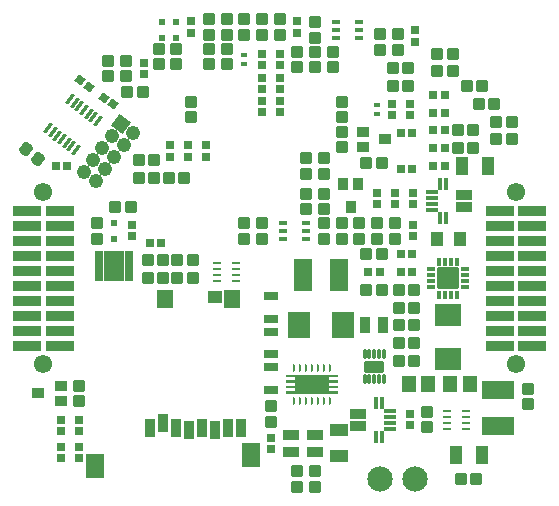
<source format=gbs>
G04*
G04 #@! TF.GenerationSoftware,Altium Limited,Altium Designer,24.4.1 (13)*
G04*
G04 Layer_Color=16711935*
%FSLAX44Y44*%
%MOMM*%
G71*
G04*
G04 #@! TF.SameCoordinates,80C5A69E-986F-416B-A988-7B454DC68AB1*
G04*
G04*
G04 #@! TF.FilePolarity,Negative*
G04*
G01*
G75*
%ADD29R,0.6725X0.7154*%
%ADD32R,0.7154X0.6725*%
G04:AMPARAMS|DCode=39|XSize=1.1mm|YSize=0.95mm|CornerRadius=0.175mm|HoleSize=0mm|Usage=FLASHONLY|Rotation=180.000|XOffset=0mm|YOffset=0mm|HoleType=Round|Shape=RoundedRectangle|*
%AMROUNDEDRECTD39*
21,1,1.1000,0.6000,0,0,180.0*
21,1,0.7500,0.9500,0,0,180.0*
1,1,0.3500,-0.3750,0.3000*
1,1,0.3500,0.3750,0.3000*
1,1,0.3500,0.3750,-0.3000*
1,1,0.3500,-0.3750,-0.3000*
%
%ADD39ROUNDEDRECTD39*%
G04:AMPARAMS|DCode=40|XSize=1.1mm|YSize=0.95mm|CornerRadius=0.175mm|HoleSize=0mm|Usage=FLASHONLY|Rotation=90.000|XOffset=0mm|YOffset=0mm|HoleType=Round|Shape=RoundedRectangle|*
%AMROUNDEDRECTD40*
21,1,1.1000,0.6000,0,0,90.0*
21,1,0.7500,0.9500,0,0,90.0*
1,1,0.3500,0.3000,0.3750*
1,1,0.3500,0.3000,-0.3750*
1,1,0.3500,-0.3000,-0.3750*
1,1,0.3500,-0.3000,0.3750*
%
%ADD40ROUNDEDRECTD40*%
%ADD49C,2.1500*%
%ADD50C,1.5500*%
%ADD51P,1.7112X4X98.0*%
%ADD52C,1.2100*%
%ADD53C,0.6500*%
%ADD69R,1.5000X1.0000*%
%ADD70R,1.0000X1.5000*%
%ADD73C,1.4220*%
G04:AMPARAMS|DCode=74|XSize=0.24mm|YSize=0.6mm|CornerRadius=0.12mm|HoleSize=0mm|Usage=FLASHONLY|Rotation=0.000|XOffset=0mm|YOffset=0mm|HoleType=Round|Shape=RoundedRectangle|*
%AMROUNDEDRECTD74*
21,1,0.2400,0.3600,0,0,0.0*
21,1,0.0000,0.6000,0,0,0.0*
1,1,0.2400,0.0000,-0.1800*
1,1,0.2400,0.0000,-0.1800*
1,1,0.2400,0.0000,0.1800*
1,1,0.2400,0.0000,0.1800*
%
%ADD74ROUNDEDRECTD74*%
%ADD75R,0.8000X0.4000*%
G04:AMPARAMS|DCode=80|XSize=0.7154mm|YSize=0.6725mm|CornerRadius=0mm|HoleSize=0mm|Usage=FLASHONLY|Rotation=143.000|XOffset=0mm|YOffset=0mm|HoleType=Round|Shape=Rectangle|*
%AMROTATEDRECTD80*
4,1,4,0.4880,0.0533,0.0833,-0.4838,-0.4880,-0.0533,-0.0833,0.4838,0.4880,0.0533,0.0*
%
%ADD80ROTATEDRECTD80*%

G04:AMPARAMS|DCode=82|XSize=0.9779mm|YSize=0.3048mm|CornerRadius=0mm|HoleSize=0mm|Usage=FLASHONLY|Rotation=233.000|XOffset=0mm|YOffset=0mm|HoleType=Round|Shape=Rectangle|*
%AMROTATEDRECTD82*
4,1,4,0.1725,0.4822,0.4160,0.2988,-0.1725,-0.4822,-0.4160,-0.2988,0.1725,0.4822,0.0*
%
%ADD82ROTATEDRECTD82*%

%ADD83R,0.7112X0.2286*%
%ADD84R,1.6000X2.7000*%
%ADD88R,2.2860X1.8545*%
%ADD89R,1.2546X1.4562*%
%ADD90R,1.0000X1.2500*%
%ADD94R,2.7000X1.6000*%
%ADD95R,1.3500X0.9500*%
%ADD98R,0.9500X1.3500*%
%ADD99R,1.3000X0.7000*%
%ADD100R,1.8545X2.2860*%
%ADD101R,0.5000X0.4000*%
%ADD104R,0.5500X0.6300*%
%ADD105R,1.0500X0.8500*%
%ADD106R,0.8500X1.0500*%
%ADD107R,0.7000X0.5000*%
%ADD108R,1.7700X2.5500*%
%ADD109R,0.9500X1.6500*%
%ADD110R,1.4500X1.5500*%
%ADD111R,1.1500X1.1000*%
%ADD112R,1.5500X2.0500*%
G04:AMPARAMS|DCode=113|XSize=1.1mm|YSize=0.95mm|CornerRadius=0.175mm|HoleSize=0mm|Usage=FLASHONLY|Rotation=53.000|XOffset=0mm|YOffset=0mm|HoleType=Round|Shape=RoundedRectangle|*
%AMROUNDEDRECTD113*
21,1,1.1000,0.6000,0,0,53.0*
21,1,0.7500,0.9500,0,0,53.0*
1,1,0.3500,0.4653,0.1189*
1,1,0.3500,0.0139,-0.4800*
1,1,0.3500,-0.4653,-0.1189*
1,1,0.3500,-0.0139,0.4800*
%
%ADD113ROUNDEDRECTD113*%
%ADD114R,1.0000X0.4500*%
%ADD115R,0.4500X1.0000*%
G04:AMPARAMS|DCode=116|XSize=0.4mm|YSize=0.75mm|CornerRadius=0.125mm|HoleSize=0mm|Usage=FLASHONLY|Rotation=0.000|XOffset=0mm|YOffset=0mm|HoleType=Round|Shape=RoundedRectangle|*
%AMROUNDEDRECTD116*
21,1,0.4000,0.5000,0,0,0.0*
21,1,0.1500,0.7500,0,0,0.0*
1,1,0.2500,0.0750,-0.2500*
1,1,0.2500,-0.0750,-0.2500*
1,1,0.2500,-0.0750,0.2500*
1,1,0.2500,0.0750,0.2500*
%
%ADD116ROUNDEDRECTD116*%
G04:AMPARAMS|DCode=117|XSize=0.4mm|YSize=0.75mm|CornerRadius=0.125mm|HoleSize=0mm|Usage=FLASHONLY|Rotation=90.000|XOffset=0mm|YOffset=0mm|HoleType=Round|Shape=RoundedRectangle|*
%AMROUNDEDRECTD117*
21,1,0.4000,0.5000,0,0,90.0*
21,1,0.1500,0.7500,0,0,90.0*
1,1,0.2500,0.2500,0.0750*
1,1,0.2500,0.2500,-0.0750*
1,1,0.2500,-0.2500,-0.0750*
1,1,0.2500,-0.2500,0.0750*
%
%ADD117ROUNDEDRECTD117*%
G04:AMPARAMS|DCode=118|XSize=1.85mm|YSize=1.85mm|CornerRadius=0.126mm|HoleSize=0mm|Usage=FLASHONLY|Rotation=90.000|XOffset=0mm|YOffset=0mm|HoleType=Round|Shape=RoundedRectangle|*
%AMROUNDEDRECTD118*
21,1,1.8500,1.5980,0,0,90.0*
21,1,1.5980,1.8500,0,0,90.0*
1,1,0.2520,0.7990,0.7990*
1,1,0.2520,0.7990,-0.7990*
1,1,0.2520,-0.7990,-0.7990*
1,1,0.2520,-0.7990,0.7990*
%
%ADD118ROUNDEDRECTD118*%
G04:AMPARAMS|DCode=119|XSize=1.65mm|YSize=1.05mm|CornerRadius=0.1245mm|HoleSize=0mm|Usage=FLASHONLY|Rotation=180.000|XOffset=0mm|YOffset=0mm|HoleType=Round|Shape=RoundedRectangle|*
%AMROUNDEDRECTD119*
21,1,1.6500,0.8010,0,0,180.0*
21,1,1.4010,1.0500,0,0,180.0*
1,1,0.2490,-0.7005,0.4005*
1,1,0.2490,0.7005,0.4005*
1,1,0.2490,0.7005,-0.4005*
1,1,0.2490,-0.7005,-0.4005*
%
%ADD119ROUNDEDRECTD119*%
G04:AMPARAMS|DCode=120|XSize=0.38mm|YSize=0.85mm|CornerRadius=0.1245mm|HoleSize=0mm|Usage=FLASHONLY|Rotation=180.000|XOffset=0mm|YOffset=0mm|HoleType=Round|Shape=RoundedRectangle|*
%AMROUNDEDRECTD120*
21,1,0.3800,0.6011,0,0,180.0*
21,1,0.1311,0.8500,0,0,180.0*
1,1,0.2489,-0.0656,0.3005*
1,1,0.2489,0.0656,0.3005*
1,1,0.2489,0.0656,-0.3005*
1,1,0.2489,-0.0656,-0.3005*
%
%ADD120ROUNDEDRECTD120*%
%ADD121R,2.3700X0.8900*%
%ADD122R,1.4500X0.9500*%
G36*
X49500Y-84100D02*
X41750D01*
Y-86700D01*
X49500D01*
Y-88700D01*
X41750D01*
Y-91300D01*
X49500D01*
Y-93300D01*
X41750D01*
Y-95900D01*
X49500D01*
Y-97900D01*
X5500D01*
Y-95900D01*
X13250D01*
Y-93300D01*
X5500D01*
Y-91300D01*
X13250D01*
Y-88700D01*
X5500D01*
Y-86700D01*
X13250D01*
Y-84100D01*
X5500D01*
Y-82100D01*
X49500D01*
Y-84100D01*
D02*
G37*
D29*
X97500Y62714D02*
D03*
Y72286D02*
D03*
X-92500Y102714D02*
D03*
Y112286D02*
D03*
X-185000Y-142714D02*
D03*
Y-152286D02*
D03*
X-170000Y-142714D02*
D03*
Y-152286D02*
D03*
X-185000Y-129786D02*
D03*
Y-120214D02*
D03*
X-170000Y-129786D02*
D03*
Y-120214D02*
D03*
X112500Y62714D02*
D03*
Y72286D02*
D03*
X-7500Y-135214D02*
D03*
Y-144786D02*
D03*
X110000Y-124786D02*
D03*
Y-115214D02*
D03*
X15000Y207714D02*
D03*
Y217286D02*
D03*
X-15000Y140214D02*
D03*
Y149786D02*
D03*
X0Y140214D02*
D03*
Y149786D02*
D03*
X-62500Y112286D02*
D03*
Y102714D02*
D03*
X-77500Y112286D02*
D03*
Y102714D02*
D03*
X-75000Y207714D02*
D03*
Y217286D02*
D03*
X0Y180214D02*
D03*
Y189786D02*
D03*
Y169786D02*
D03*
Y160214D02*
D03*
X-15000Y169786D02*
D03*
Y160214D02*
D03*
Y180214D02*
D03*
Y189786D02*
D03*
X-115000Y172714D02*
D03*
Y182286D02*
D03*
X110000Y147286D02*
D03*
Y137714D02*
D03*
X95000Y147286D02*
D03*
Y137714D02*
D03*
X82500Y72286D02*
D03*
Y62714D02*
D03*
X112500Y35214D02*
D03*
Y44786D02*
D03*
X115000Y209786D02*
D03*
Y200214D02*
D03*
X-125000Y35214D02*
D03*
Y44786D02*
D03*
D32*
X139786Y95000D02*
D03*
X130214D02*
D03*
X102714Y5000D02*
D03*
X112286D02*
D03*
X112286Y20000D02*
D03*
X102714D02*
D03*
X75214Y5000D02*
D03*
X84786D02*
D03*
X130214Y110000D02*
D03*
X139786D02*
D03*
X102714Y92500D02*
D03*
X112286D02*
D03*
X130214Y125000D02*
D03*
X139786D02*
D03*
X130214Y140000D02*
D03*
X139786D02*
D03*
X112286Y122500D02*
D03*
X102714D02*
D03*
X130214Y155000D02*
D03*
X139786D02*
D03*
X-189786Y95000D02*
D03*
X-180214D02*
D03*
X-109786Y30000D02*
D03*
X-100214D02*
D03*
D39*
X-102500Y181000D02*
D03*
Y194000D02*
D03*
X-87500Y181000D02*
D03*
Y194000D02*
D03*
X-45000D02*
D03*
Y181000D02*
D03*
X-145000Y171000D02*
D03*
Y184000D02*
D03*
X52500Y136000D02*
D03*
Y149000D02*
D03*
X15000Y-163500D02*
D03*
Y-176500D02*
D03*
X30000Y-176500D02*
D03*
Y-163500D02*
D03*
X-60000Y181000D02*
D03*
Y194000D02*
D03*
X15000Y178500D02*
D03*
Y191500D02*
D03*
X30000Y191500D02*
D03*
Y178500D02*
D03*
X30000Y216500D02*
D03*
Y203500D02*
D03*
X-155000Y33500D02*
D03*
Y46500D02*
D03*
X37500Y88500D02*
D03*
Y101500D02*
D03*
X22500Y101500D02*
D03*
Y88500D02*
D03*
X-75000Y149000D02*
D03*
Y136000D02*
D03*
X-170000Y-91000D02*
D03*
Y-104000D02*
D03*
X-45000Y206000D02*
D03*
Y219000D02*
D03*
X-30000Y206000D02*
D03*
Y219000D02*
D03*
X-60000Y206000D02*
D03*
Y219000D02*
D03*
X-15000Y206000D02*
D03*
Y219000D02*
D03*
X0Y206000D02*
D03*
Y219000D02*
D03*
X210000Y-106500D02*
D03*
Y-93500D02*
D03*
X22500Y58500D02*
D03*
Y71500D02*
D03*
X-30000Y46500D02*
D03*
Y33500D02*
D03*
X37500Y58500D02*
D03*
Y71500D02*
D03*
X-15000Y46500D02*
D03*
Y33500D02*
D03*
X37500Y46500D02*
D03*
Y33500D02*
D03*
X45000Y191500D02*
D03*
Y178500D02*
D03*
X125000Y-113500D02*
D03*
Y-126500D02*
D03*
X-7500Y-108500D02*
D03*
Y-121500D02*
D03*
X-130000Y171000D02*
D03*
Y184000D02*
D03*
X52500Y111000D02*
D03*
Y124000D02*
D03*
Y46500D02*
D03*
Y33500D02*
D03*
X67500Y33500D02*
D03*
Y46500D02*
D03*
X85000Y206500D02*
D03*
Y193500D02*
D03*
X100000Y206500D02*
D03*
Y193500D02*
D03*
X82500Y33500D02*
D03*
Y46500D02*
D03*
X97500Y46500D02*
D03*
Y33500D02*
D03*
D40*
X-119000Y100000D02*
D03*
X-106000D02*
D03*
X-81000Y85000D02*
D03*
X-94000D02*
D03*
X-106000D02*
D03*
X-119000D02*
D03*
X168500Y147500D02*
D03*
X181500D02*
D03*
X-73500Y0D02*
D03*
X-86500D02*
D03*
X-73500Y15000D02*
D03*
X-86500D02*
D03*
X164000Y125000D02*
D03*
X151000D02*
D03*
X151000Y110000D02*
D03*
X164000D02*
D03*
X96000Y162500D02*
D03*
X109000D02*
D03*
X96000Y177500D02*
D03*
X109000D02*
D03*
X-126000Y60000D02*
D03*
X-139000D02*
D03*
X86500Y-10000D02*
D03*
X73500D02*
D03*
X153500Y-170000D02*
D03*
X166500D02*
D03*
X114000Y-70000D02*
D03*
X101000D02*
D03*
X101000Y-25000D02*
D03*
X114000D02*
D03*
X101000Y-10000D02*
D03*
X114000D02*
D03*
X114000Y-40000D02*
D03*
X101000D02*
D03*
X114000Y-55000D02*
D03*
X101000D02*
D03*
X86500Y20000D02*
D03*
X73500D02*
D03*
X73500Y97500D02*
D03*
X86500D02*
D03*
X-116000Y157500D02*
D03*
X-129000D02*
D03*
X133500Y175000D02*
D03*
X146500D02*
D03*
X133500Y190000D02*
D03*
X146500D02*
D03*
X196500Y132500D02*
D03*
X183500D02*
D03*
X196500Y117500D02*
D03*
X183500D02*
D03*
X171500Y162500D02*
D03*
X158500D02*
D03*
X-111500Y0D02*
D03*
X-98500D02*
D03*
X-111500Y15000D02*
D03*
X-98500D02*
D03*
D49*
X85000Y-170000D02*
D03*
X115000D02*
D03*
D50*
X200000Y-73050D02*
D03*
Y73050D02*
D03*
X-200000Y-73050D02*
D03*
Y73050D02*
D03*
X200000Y-73050D02*
D03*
Y73050D02*
D03*
X-200000Y-73050D02*
D03*
Y73050D02*
D03*
D51*
X-134714Y130285D02*
D03*
D52*
X-155143Y82072D02*
D03*
X-165286Y89715D02*
D03*
X-147500Y92214D02*
D03*
X-157643Y99857D02*
D03*
X-139857Y102357D02*
D03*
X-150000Y110000D02*
D03*
X-132214Y112500D02*
D03*
X-142357Y120143D02*
D03*
X-124571Y122642D02*
D03*
D53*
X142500Y0D02*
D03*
X137500Y5000D02*
D03*
X147500D02*
D03*
Y-5000D02*
D03*
X137500D02*
D03*
D69*
X50000Y-129000D02*
D03*
Y-151000D02*
D03*
D70*
X149000Y-150000D02*
D03*
X171000D02*
D03*
X154000Y95000D02*
D03*
X176000D02*
D03*
D73*
X27500Y-90000D02*
D03*
D74*
X12500Y-104000D02*
D03*
X17500D02*
D03*
X22500D02*
D03*
X27500D02*
D03*
X32500D02*
D03*
X37500D02*
D03*
X42500D02*
D03*
Y-76000D02*
D03*
X37500D02*
D03*
X32500D02*
D03*
X27500D02*
D03*
X22500D02*
D03*
X17500D02*
D03*
X12500D02*
D03*
D75*
X48000Y216500D02*
D03*
Y210000D02*
D03*
Y203500D02*
D03*
X67000D02*
D03*
Y210000D02*
D03*
Y216500D02*
D03*
X3000Y33500D02*
D03*
Y40000D02*
D03*
Y46500D02*
D03*
X22000D02*
D03*
Y40000D02*
D03*
Y33500D02*
D03*
D80*
X-161178Y162120D02*
D03*
X-168822Y167880D02*
D03*
X-148822Y152880D02*
D03*
X-141178Y147120D02*
D03*
D82*
X-177696Y151353D02*
D03*
X-173702Y148343D02*
D03*
X-169708Y145333D02*
D03*
X-165714Y142323D02*
D03*
X-161719Y139313D02*
D03*
X-157725Y136304D02*
D03*
X-153731Y133294D02*
D03*
X-172304Y108647D02*
D03*
X-176298Y111657D02*
D03*
X-180292Y114667D02*
D03*
X-184286Y117677D02*
D03*
X-188281Y120687D02*
D03*
X-192275Y123696D02*
D03*
X-196269Y126706D02*
D03*
D83*
X-53001Y-2502D02*
D03*
Y2499D02*
D03*
Y7501D02*
D03*
Y12502D02*
D03*
X-36999D02*
D03*
Y7501D02*
D03*
Y2499D02*
D03*
Y-2502D02*
D03*
X141999Y-127502D02*
D03*
Y-122501D02*
D03*
Y-117499D02*
D03*
Y-112498D02*
D03*
X158001D02*
D03*
Y-117499D02*
D03*
Y-122501D02*
D03*
Y-127502D02*
D03*
D84*
X50000Y2500D02*
D03*
X20000D02*
D03*
D88*
X142500Y-68923D02*
D03*
Y-31077D02*
D03*
D89*
X144242Y-90000D02*
D03*
X160758D02*
D03*
X125758D02*
D03*
X109242D02*
D03*
D90*
X153000Y33000D02*
D03*
X133000D02*
D03*
D94*
X185000Y-95000D02*
D03*
Y-125000D02*
D03*
D95*
X30000Y-132500D02*
D03*
Y-147500D02*
D03*
X10000Y-132500D02*
D03*
Y-147500D02*
D03*
D98*
X72500Y-40000D02*
D03*
X87500D02*
D03*
D99*
X-7500Y-64500D02*
D03*
Y-45500D02*
D03*
Y-75500D02*
D03*
Y-94500D02*
D03*
Y-15500D02*
D03*
Y-34500D02*
D03*
D100*
X16078Y-40000D02*
D03*
X53923D02*
D03*
D101*
X-30000Y189000D02*
D03*
Y181000D02*
D03*
X82500Y138500D02*
D03*
Y146500D02*
D03*
D104*
X-100000Y216600D02*
D03*
Y203400D02*
D03*
X-87500Y216600D02*
D03*
Y203400D02*
D03*
X-140000Y33400D02*
D03*
Y46600D02*
D03*
D105*
X89500Y117500D02*
D03*
X70500Y124000D02*
D03*
Y111000D02*
D03*
X-185500Y-91000D02*
D03*
Y-104000D02*
D03*
X-204500Y-97500D02*
D03*
D106*
X53500Y79500D02*
D03*
X66500D02*
D03*
X60000Y60500D02*
D03*
D107*
X-152850Y0D02*
D03*
Y5000D02*
D03*
Y10000D02*
D03*
Y15000D02*
D03*
Y20000D02*
D03*
X-127150Y0D02*
D03*
Y5000D02*
D03*
Y10000D02*
D03*
Y15000D02*
D03*
Y20000D02*
D03*
D108*
X-140000Y10000D02*
D03*
D109*
X-76400Y-128600D02*
D03*
X-32400Y-126600D02*
D03*
X-43400D02*
D03*
X-54400Y-128600D02*
D03*
X-65400Y-126600D02*
D03*
X-87400D02*
D03*
X-98400Y-122600D02*
D03*
X-109400Y-126600D02*
D03*
D110*
X-40500Y-18000D02*
D03*
X-97500D02*
D03*
D111*
X-54400Y-15750D02*
D03*
D112*
X-24500Y-149500D02*
D03*
X-156000Y-159500D02*
D03*
D113*
X-204809Y101088D02*
D03*
X-215191Y108912D02*
D03*
D114*
X129020Y57500D02*
D03*
Y62500D02*
D03*
Y67500D02*
D03*
Y72500D02*
D03*
X93480Y-112500D02*
D03*
Y-117500D02*
D03*
Y-122500D02*
D03*
Y-127500D02*
D03*
D115*
X136020Y79500D02*
D03*
X141020D02*
D03*
X136020Y50500D02*
D03*
X141020D02*
D03*
X86480Y-134500D02*
D03*
X81480D02*
D03*
X86480Y-105500D02*
D03*
X81480D02*
D03*
D116*
X150000Y-14000D02*
D03*
X145000D02*
D03*
X140000D02*
D03*
X135000D02*
D03*
Y14000D02*
D03*
X140000D02*
D03*
X145000D02*
D03*
X150000D02*
D03*
D117*
X128500Y-7500D02*
D03*
Y-2500D02*
D03*
Y2500D02*
D03*
Y7500D02*
D03*
X156500D02*
D03*
Y2500D02*
D03*
Y-2500D02*
D03*
Y-7500D02*
D03*
D118*
X142500Y0D02*
D03*
D119*
X80000Y-75000D02*
D03*
D120*
X72000Y-64500D02*
D03*
X76000D02*
D03*
X80000D02*
D03*
X84000D02*
D03*
X88000D02*
D03*
X72000Y-85500D02*
D03*
X76000D02*
D03*
X80000D02*
D03*
X84000D02*
D03*
X88000D02*
D03*
D121*
X213650Y-57150D02*
D03*
Y-44450D02*
D03*
Y-31750D02*
D03*
Y-19050D02*
D03*
Y-6350D02*
D03*
Y6350D02*
D03*
Y19050D02*
D03*
Y31750D02*
D03*
Y44450D02*
D03*
Y57150D02*
D03*
X186350Y-57150D02*
D03*
Y-44450D02*
D03*
Y-31750D02*
D03*
Y-19050D02*
D03*
Y-6350D02*
D03*
Y6350D02*
D03*
Y19050D02*
D03*
Y31750D02*
D03*
Y44450D02*
D03*
Y57150D02*
D03*
X-186350Y-57150D02*
D03*
Y-44450D02*
D03*
Y-31750D02*
D03*
Y-19050D02*
D03*
Y-6350D02*
D03*
Y6350D02*
D03*
Y19050D02*
D03*
Y31750D02*
D03*
Y44450D02*
D03*
Y57150D02*
D03*
X-213650Y-57150D02*
D03*
Y-44450D02*
D03*
Y-31750D02*
D03*
Y-19050D02*
D03*
Y-6350D02*
D03*
Y6350D02*
D03*
Y19050D02*
D03*
Y31750D02*
D03*
Y44450D02*
D03*
Y57150D02*
D03*
D122*
X156020Y60000D02*
D03*
Y70000D02*
D03*
X66480Y-115000D02*
D03*
Y-125000D02*
D03*
M02*

</source>
